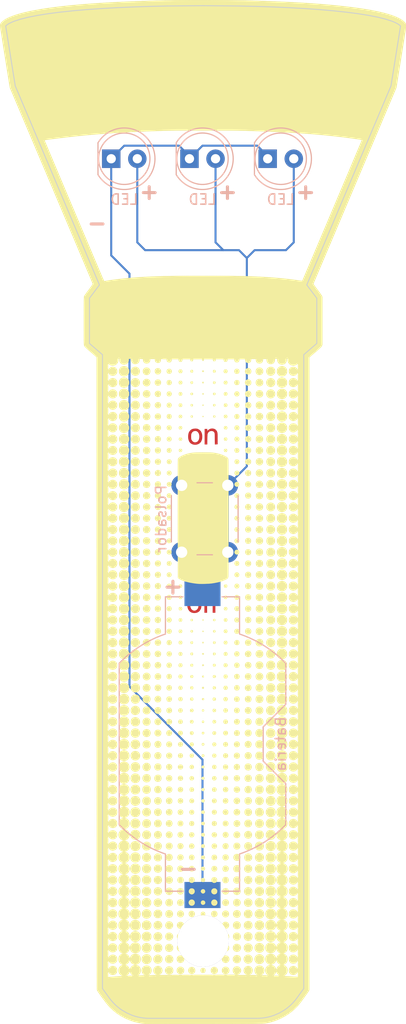
<source format=kicad_pcb>
(kicad_pcb (version 20221018) (generator pcbnew)
  (layers (0 "F.Cu" signal) (31 "B.Cu" signal) (34 "B.Paste" user) (35 "F.Paste" user) (36 "B.SilkS" user "B.Silkscreen") (37 "F.SilkS" user "F.Silkscreen") (38 "B.Mask" user) (39 "F.Mask" user) (44 "Edge.Cuts" user))
  (net 0 "")
  (footprint "Wire_Pads:SolderWirePad_single_0-8mmDrill" (layer "F.Cu") (at -4.257252 41.763008)
    (fp_text reference "" (at 0 0) (layer "F.SilkS") (effects (font (size 1.27 1.27))))
    (fp_text value "" (at 0 0) (layer "F.SilkS") (effects (font (size 1.27 1.27))))
    (pad "1" thru_hole circle (at 0 0) (size 5 5) (drill 5) (layers "*.Cu" "*.Mask"))
  )
  (footprint "LOGO" (layer "F.Cu") (at 0.000524 0)
    (fp_text reference "G***" hide)
    (fp_text value "LOGO" hide)
  )
  (footprint "LOGO" (layer "F.Cu") (at 0 0)
    (fp_text reference "G***" hide)
    (fp_text value "LOGO" hide)
    (fp_poly (pts (xy -3.284927 -8.056608) (xy -3.148445 -8.018986) (xy -3.033762 -7.947529) (xy -2.944406 -7.844232) (xy -2.897933 -7.75178) (xy -2.883589 -7.712327) (xy -2.872468 -7.673219) (xy -2.864134 -7.628506) (xy -2.858154 -7.572241) (xy -2.854094 -7.498476) (xy -2.851522 -7.401264) (xy -2.850003 -7.274656) (xy -2.849104 -7.112705) (xy -2.848978 -7.08025) (xy -2.846916 -6.529916) (xy -2.9779 -6.523649) (xy -3.108884 -6.517381) (xy -3.115483 -7.063399) (xy -3.117725 -7.231177) (xy -3.120198 -7.362126) (xy -3.123342 -7.461746) (xy -3.127599 -7.535541) (xy -3.133409 -7.589012) (xy -3.141213 -7.627662) (xy -3.15145 -7.656994) (xy -3.164563 -7.68251) (xy -3.165137 -7.6835) (xy -3.234001 -7.762532) (xy -3.326833 -7.812256) (xy -3.434967 -7.830331) (xy -3.549738 -7.814414) (xy -3.592947 -7.799109) (xy -3.679962 -7.753047) (xy -3.743918 -7.692059) (xy -3.79596 -7.609416) (xy -3.810317 -7.579623) (xy -3.82142 -7.547165) (xy -3.829801 -7.506118) (xy -3.835989 -7.450554) (xy -3.840515 -7.374546) (xy -3.843912 -7.272169) (xy -3.846708 -7.137494) (xy -3.848575 -7.022041) (xy -3.856236 -6.519333) (xy -4.106333 -6.519333) (xy -4.106333 -8.022166) (xy -3.852333 -8.022166) (xy -3.852333 -7.823075) (xy -3.772958 -7.899122) (xy -3.664924 -7.985237) (xy -3.552104 -8.036689) (xy -3.439679 -8.058397) (xy -3.284927 -8.056608)) (stroke (width 0.01)) (fill solid) (layer "F.Cu"))
    (fp_poly (pts (xy -3.407833 7.979834) (xy -3.561291 7.980123) (xy -3.644777 7.982028) (xy -3.717083 7.986751) (xy -3.762767 7.993276) (xy -3.763223 7.993396) (xy -3.816082 8.028454) (xy -3.85339 8.097138) (xy -3.871991 8.192596) (xy -3.8735 8.232782) (xy -3.8735 8.339667) (xy -3.323166 8.339667) (xy -3.323048 8.228542) (xy -3.310239 8.083378) (xy -3.270932 7.966714) (xy -3.217445 7.887945) (xy -3.163895 7.838803) (xy -3.097437 7.803029) (xy -3.010055 7.778045) (xy -2.89373 7.761277) (xy -2.799291 7.753595) (xy -2.6035 7.74078) (xy -2.6035 7.979834) (xy -2.761254 7.979834) (xy -2.846703 7.983091) (xy -2.921948 7.991652) (xy -2.971335 8.003702) (xy -2.972856 8.004368) (xy -3.020939 8.048492) (xy -3.053601 8.126457) (xy -3.068417 8.231816) (xy -3.069048 8.260292) (xy -3.069166 8.339667) (xy -2.667 8.339667) (xy -2.667 8.551334) (xy -3.069166 8.551334) (xy -3.069166 9.8425) (xy -3.323166 9.8425) (xy -3.323166 8.551334) (xy -3.8735 8.551334) (xy -3.8735 9.8425) (xy -4.1275 9.8425) (xy -4.1275 8.551334) (xy -4.360333 8.551334) (xy -4.360333 8.339667) (xy -4.1275 8.339667) (xy -4.127382 8.217959) (xy -4.119072 8.088158) (xy -4.092368 7.988393) (xy -4.044181 7.90923) (xy -4.016582 7.879651) (xy -3.961606 7.832871) (xy -3.903597 7.799928) (xy -3.832697 7.77772) (xy -3.739048 7.763143) (xy -3.615086 7.753232) (xy -3.407833 7.740605) (xy -3.407833 7.979834)) (stroke (width 0.01)) (fill solid) (layer "F.Cu"))
    (fp_poly (pts (xy -4.928 -8.052077) (xy -4.855996 -8.04494) (xy -4.795896 -8.029442) (xy -4.732524 -8.002696) (xy -4.71542 -7.994418) (xy -4.58076 -7.906149) (xy -4.476137 -7.788274) (xy -4.401465 -7.640643) (xy -4.356659 -7.463108) (xy -4.344745 -7.35314) (xy -4.347248 -7.155325) (xy -4.380361 -6.974369) (xy -4.442632 -6.816591) (xy -4.483702 -6.749147) (xy -4.583506 -6.641799) (xy -4.711062 -6.560573) (xy -4.858822 -6.508222) (xy -5.019237 -6.487502) (xy -5.17035 -6.498545) (xy -5.330011 -6.544812) (xy -5.462884 -6.623288) (xy -5.568222 -6.732807) (xy -5.645281 -6.872203) (xy -5.693317 -7.040313) (xy -5.711585 -7.235969) (xy -5.710875 -7.27075) (xy -5.42925 -7.27075) (xy -5.428103 -7.162296) (xy -5.423595 -7.085294) (xy -5.414119 -7.028901) (xy -5.398071 -6.982271) (xy -5.381607 -6.948766) (xy -5.301384 -6.833229) (xy -5.205898 -6.755338) (xy -5.098137 -6.716267) (xy -4.981089 -6.717189) (xy -4.876459 -6.750327) (xy -4.779098 -6.815242) (xy -4.704705 -6.912317) (xy -4.651354 -7.044212) (xy -4.644091 -7.070863) (xy -4.618603 -7.232064) (xy -4.623501 -7.38859) (xy -4.657066 -7.532597) (xy -4.717578 -7.656238) (xy -4.791108 -7.741402) (xy -4.865031 -7.79646) (xy -4.937916 -7.82458) (xy -5.026062 -7.830581) (xy -5.080255 -7.826859) (xy -5.196793 -7.795887) (xy -5.293731 -7.727558) (xy -5.370358 -7.6224) (xy -5.379458 -7.6047) (xy -5.402246 -7.552903) (xy -5.416911 -7.501256) (xy -5.425155 -7.438349) (xy -5.42868 -7.35277) (xy -5.42925 -7.27075) (xy -5.710875 -7.27075) (xy -5.709418 -7.342037) (xy -5.693719 -7.501412) (xy -5.663456 -7.630145) (xy -5.61504 -7.738477) (xy -5.544886 -7.836651) (xy -5.530414 -7.853207) (xy -5.431464 -7.945197) (xy -5.322724 -8.006857) (xy -5.195099 -8.04181) (xy -5.03949 -8.053682) (xy -5.027083 -8.053742) (xy -4.928 -8.052077)) (stroke (width 0.01)) (fill solid) (layer "F.Cu"))
    (fp_poly (pts (xy -4.955726 8.317003) (xy -4.839443 8.34269) (xy -4.741195 8.390557) (xy -4.649859 8.465184) (xy -4.603387 8.513874) (xy -4.523409 8.621386) (xy -4.468575 8.741442) (xy -4.436832 8.881416) (xy -4.426128 9.048685) (xy -4.427994 9.144124) (xy -4.433647 9.251866) (xy -4.442021 9.330463) (xy -4.455901 9.393106) (xy -4.478071 9.452985) (xy -4.505606 9.511747) (xy -4.561315 9.607054) (xy -4.625729 9.690167) (xy -4.660534 9.724483) (xy -4.781895 9.802049) (xy -4.927703 9.851701) (xy -5.088834 9.871312) (xy -5.244741 9.860677) (xy -5.399292 9.816085) (xy -5.53121 9.737543) (xy -5.638677 9.627963) (xy -5.719875 9.490258) (xy -5.772985 9.32734) (xy -5.795187 9.150114) (xy -5.518717 9.150114) (xy -5.494742 9.29097) (xy -5.444849 9.429183) (xy -5.374249 9.532114) (xy -5.281015 9.602424) (xy -5.262374 9.611506) (xy -5.165708 9.644684) (xy -5.075442 9.64798) (xy -4.996787 9.63125) (xy -4.90529 9.585109) (xy -4.819988 9.504547) (xy -4.75527 9.408584) (xy -4.734304 9.363593) (xy -4.720795 9.314945) (xy -4.713212 9.252) (xy -4.710024 9.164116) (xy -4.709583 9.091084) (xy -4.710764 8.982127) (xy -4.715439 8.904055) (xy -4.725312 8.845455) (xy -4.742083 8.794917) (xy -4.759375 8.757133) (xy -4.83309 8.646842) (xy -4.927217 8.573305) (xy -5.041043 8.537051) (xy -5.058578 8.534975) (xy -5.160282 8.531823) (xy -5.238671 8.548411) (xy -5.310044 8.589556) (xy -5.347725 8.620431) (xy -5.43036 8.719874) (xy -5.48755 8.846532) (xy -5.517576 8.992561) (xy -5.518717 9.150114) (xy -5.795187 9.150114) (xy -5.796189 9.142122) (xy -5.79232 8.983601) (xy -5.759952 8.793112) (xy -5.697598 8.632398) (xy -5.605302 8.501537) (xy -5.48311 8.400605) (xy -5.423413 8.367415) (xy -5.359947 8.338619) (xy -5.303629 8.320984) (xy -5.24035 8.311948) (xy -5.155999 8.30895) (xy -5.101166 8.308916) (xy -4.955726 8.317003)) (stroke (width 0.01)) (fill solid) (layer "F.Cu"))
  )
  (footprint "LOGO" (layer "F.Cu") (at 0 0)
    (fp_text reference "G***" hide)
    (fp_text value "LOGO" hide)
  )
  (footprint "Battery:BatteryHolder_Keystone_1058_1x2032" (layer "B.Cu") (at -4.318 22.606 -90)
    (fp_text reference "Bateria" (at 0 -7.62 -270) (layer "B.SilkS") (effects (justify mirror)))
    (fp_text value "BatteryHolder_Keystone_1058_1x2032")
    (pad "1" smd rect (at -14.68 0 270) (size 2.54 3.51) (layers "B.Cu" "B.Paste" "B.Mask"))
    (pad "2" smd rect (at 14.68 0 270) (size 2.54 3.51) (layers "B.Cu" "B.Paste" "B.Mask"))
  )
  (footprint "Button_Switch_THT:SW_PUSH_6mm" (layer "B.Cu") (at -6.35 -2.54 -90)
    (fp_text reference "Polsador" (at 3.25 2 270) (layer "B.SilkS") (effects (justify mirror)))
    (fp_text value "SW_PUSH_6mm")
    (pad "1" thru_hole circle (at 0 0 180) (size 2 2) (drill 1.1) (layers "*.Cu" "*.Mask"))
    (pad "1" thru_hole circle (at 6.5 0 180) (size 2 2) (drill 1.1) (layers "*.Cu" "*.Mask"))
    (pad "2" thru_hole circle (at 0 -4.5 180) (size 2 2) (drill 1.1) (layers "*.Cu" "*.Mask"))
    (pad "2" thru_hole circle (at 6.5 -4.5 180) (size 2 2) (drill 1.1) (layers "*.Cu" "*.Mask"))
  )
  (footprint "LED_THT:LED_D5.0mm" (layer "B.Cu") (at -5.588 -34.29)
    (fp_text reference "LED" (at 1.27 3.96) (layer "B.SilkS") (effects (justify mirror)))
    (fp_text value "LED_D5.0mm")
    (pad "1" thru_hole rect (at 0 0) (size 1.8 1.8) (drill 0.9) (layers "*.Cu" "*.Mask"))
    (pad "2" thru_hole circle (at 2.54 0) (size 1.8 1.8) (drill 0.9) (layers "*.Cu" "*.Mask"))
  )
  (footprint "LED_THT:LED_D5.0mm" (layer "B.Cu") (at 2.032 -34.29)
    (fp_text reference "LED" (at 1.27 3.96) (layer "B.SilkS") (effects (justify mirror)))
    (fp_text value "LED_D5.0mm")
    (pad "1" thru_hole rect (at 0 0) (size 1.8 1.8) (drill 0.9) (layers "*.Cu" "*.Mask"))
    (pad "2" thru_hole circle (at 2.54 0) (size 1.8 1.8) (drill 0.9) (layers "*.Cu" "*.Mask"))
  )
  (footprint "LED_THT:LED_D5.0mm" (layer "B.Cu") (at -13.208 -34.29)
    (fp_text reference "LED" (at 1.27 3.96) (layer "B.SilkS") (effects (justify mirror)))
    (fp_text value "LED_D5.0mm")
    (pad "1" thru_hole rect (at 0 0) (size 1.8 1.8) (drill 0.9) (layers "*.Cu" "*.Mask"))
    (pad "2" thru_hole circle (at 2.54 0) (size 1.8 1.8) (drill 0.9) (layers "*.Cu" "*.Mask"))
  )
  (gr_line (start 10.822 -48.39086) (end 9.685 -48.53775) (stroke (width 0.1)) (layer "Edge.Cuts"))
  (gr_line (start -19.3365 -48.39086) (end -20.3604 -48.22894) (stroke (width 0.1)) (layer "Edge.Cuts"))
  (gr_line (start 2.4025 49.0628) (end 2.6689 48.9727) (stroke (width 0.1)) (layer "Edge.Cuts"))
  (gr_line (start -22.9316 -47.54499) (end -23.1564 -47.43253) (stroke (width 0.1)) (layer "Edge.Cuts"))
  (gr_line (start 3.6664 48.4631) (end 3.8955 48.3) (stroke (width 0.1)) (layer "Edge.Cuts"))
  (gr_line (start -10.917 49.0628) (end -10.6452 49.1373) (stroke (width 0.1)) (layer "Edge.Cuts"))
  (gr_line (start -15.6193 -48.78611) (end -16.9576 -48.66954) (stroke (width 0.1)) (layer "Edge.Cuts"))
  (gr_line (start -20.3604 -48.22894) (end -21.2628 -48.05206) (stroke (width 0.1)) (layer "Edge.Cuts"))
  (gr_line (start -18.1995 -48.53775) (end -19.3365 -48.39086) (stroke (width 0.1)) (layer "Edge.Cuts"))
  (gr_line (start 7.1047 -48.78611) (end 5.6785 -48.88741) (stroke (width 0.1)) (layer "Edge.Cuts"))
  (gr_line (start -22.6691 -47.65377) (end -22.9316 -47.54499) (stroke (width 0.1)) (layer "Edge.Cuts"))
  (gr_line (start 5.8405 -22.0226) (end 14.0416 -41.36829) (stroke (width 0.1)) (layer "Edge.Cuts"))
  (gr_line (start 14.6419 -47.43253) (end 14.4171 -47.54499) (stroke (width 0.1)) (layer "Edge.Cuts"))
  (gr_line (start 8.443 -48.66954) (end 7.1047 -48.78611) (stroke (width 0.1)) (layer "Edge.Cuts"))
  (gr_line (start 14.974 -47.19667) (end 14.8279 -47.31642) (stroke (width 0.1)) (layer "Edge.Cuts"))
  (gr_line (start -14.0593 46.3758) (end -13.4004 47.2872) (stroke (width 0.1)) (layer "Edge.Cuts"))
  (gr_line (start -22.556 -41.36829) (end -14.3551 -22.0226) (stroke (width 0.1)) (layer "Edge.Cuts"))
  (gr_line (start 4.5233 47.7304) (end 4.7106 47.5149) (stroke (width 0.1)) (layer "Edge.Cuts"))
  (gr_line (start -12.687 -48.97335) (end -14.193 -48.88741) (stroke (width 0.1)) (layer "Edge.Cuts"))
  (gr_line (start 2.6689 48.9727) (end 3.1826 48.7471) (stroke (width 0.1)) (layer "Edge.Cuts"))
  (gr_line (start -13.0378 47.7304) (end -12.8391 47.9333) (stroke (width 0.1)) (layer "Edge.Cuts"))
  (gr_line (start 9.685 -48.53775) (end 8.443 -48.66954) (stroke (width 0.1)) (layer "Edge.Cuts"))
  (gr_line (start -4.2572 -49.169789) (end -7.7756 -49.138189) (stroke (width 0.1)) (layer "Edge.Cuts"))
  (gr_line (start 2.5954 -49.043851) (end 0.9554 -49.098829) (stroke (width 0.1)) (layer "Edge.Cuts"))
  (gr_line (start -16.9576 -48.66954) (end -18.1995 -48.53775) (stroke (width 0.1)) (layer "Edge.Cuts"))
  (gr_line (start 4.1151 48.1232) (end 4.3246 47.9333) (stroke (width 0.1)) (layer "Edge.Cuts"))
  (gr_line (start -12.41 48.3) (end -12.1809 48.4631) (stroke (width 0.1)) (layer "Edge.Cuts"))
  (gr_line (start 6.814 -16.335) (end 6.814 -20.7337) (stroke (width 0.1)) (layer "Edge.Cuts"))
  (gr_line (start 5.5447 -15.239) (end 6.814 -16.335) (stroke (width 0.1)) (layer "Edge.Cuts"))
  (gr_line (start 5.6785 -48.88741) (end 4.1726 -48.97335) (stroke (width 0.1)) (layer "Edge.Cuts"))
  (gr_line (start -11.1099 -49.043851) (end -12.687 -48.97335) (stroke (width 0.1)) (layer "Edge.Cuts"))
  (gr_line (start -10.3685 49.1958) (end -10.0876 49.238) (stroke (width 0.1)) (layer "Edge.Cuts"))
  (gr_line (start -14.193 -48.88741) (end -15.6193 -48.78611) (stroke (width 0.1)) (layer "Edge.Cuts"))
  (gr_line (start 1.0015 49.2721) (end 1.0015 49.2721) (stroke (width 0.1)) (layer "Edge.Cuts"))
  (gr_line (start 5.5447 46.3757) (end 5.5447 -15.239) (stroke (width 0.1)) (layer "Edge.Cuts"))
  (gr_line (start 14.4171 -47.54499) (end 14.1547 -47.65377) (stroke (width 0.1)) (layer "Edge.Cuts"))
  (gr_line (start -13.2252 47.5149) (end -13.0378 47.7304) (stroke (width 0.1)) (layer "Edge.Cuts"))
  (gr_line (start 14.8279 -47.31642) (end 14.6419 -47.43253) (stroke (width 0.1)) (layer "Edge.Cuts"))
  (gr_line (start -13.4004 47.2872) (end -13.2252 47.5149) (stroke (width 0.1)) (layer "Edge.Cuts"))
  (gr_line (start -15.3286 -20.7337) (end -15.3286 -16.335) (stroke (width 0.1)) (layer "Edge.Cuts"))
  (gr_line (start 4.3246 47.9333) (end 4.5233 47.7304) (stroke (width 0.1)) (layer "Edge.Cuts"))
  (gr_line (start -11.1835 48.9728) (end -10.917 49.0628) (stroke (width 0.1)) (layer "Edge.Cuts"))
  (gr_line (start 6.814 -20.7337) (end 5.8405 -22.0226) (stroke (width 0.1)) (layer "Edge.Cuts"))
  (gr_line (start 4.8859 47.2871) (end 5.5447 46.3757) (stroke (width 0.1)) (layer "Edge.Cuts"))
  (gr_line (start -23.1564 -47.43253) (end -23.3424 -47.31642) (stroke (width 0.1)) (layer "Edge.Cuts"))
  (gr_line (start -0.7388 -49.138189) (end -4.2572 -49.169789) (stroke (width 0.1)) (layer "Edge.Cuts"))
  (gr_line (start 11.846 -48.22894) (end 10.822 -48.39086) (stroke (width 0.1)) (layer "Edge.Cuts"))
  (gr_line (start -15.3286 -16.335) (end -14.0593 -15.239) (stroke (width 0.1)) (layer "Edge.Cuts"))
  (gr_line (start -23.4884 -47.19667) (end -22.556 -41.36829) (stroke (width 0.1)) (layer "Edge.Cuts"))
  (gr_line (start -23.3424 -47.31642) (end -23.4884 -47.19667) (stroke (width 0.1)) (layer "Edge.Cuts"))
  (gr_line (start -9.47 -49.098829) (end -11.1099 -49.043851) (stroke (width 0.1)) (layer "Edge.Cuts"))
  (gr_line (start 1.573 49.238) (end 1.854 49.1958) (stroke (width 0.1)) (layer "Edge.Cuts"))
  (gr_line (start 0.9554 -49.098829) (end -0.7388 -49.138189) (stroke (width 0.1)) (layer "Edge.Cuts"))
  (gr_line (start -10.6452 49.1373) (end -10.3685 49.1958) (stroke (width 0.1)) (layer "Edge.Cuts"))
  (gr_line (start -10.0876 49.238) (end -9.8032 49.2635) (stroke (width 0.1)) (layer "Edge.Cuts"))
  (gr_line (start -22.0352 -47.86031) (end -22.6691 -47.65377) (stroke (width 0.1)) (layer "Edge.Cuts"))
  (gr_line (start -12.6296 48.1233) (end -12.41 48.3) (stroke (width 0.1)) (layer "Edge.Cuts"))
  (gr_line (start -9.8032 49.2635) (end -9.516 49.2721) (stroke (width 0.1)) (layer "Edge.Cuts"))
  (gr_line (start -4.2572 49.2721) (end 1.0015 49.2721) (stroke (width 0.1)) (layer "Edge.Cuts"))
  (gr_line (start 12.7483 -48.05206) (end 11.846 -48.22894) (stroke (width 0.1)) (layer "Edge.Cuts"))
  (gr_line (start -14.3551 -22.0226) (end -15.3286 -20.7337) (stroke (width 0.1)) (layer "Edge.Cuts"))
  (gr_line (start 13.5207 -47.86031) (end 12.7483 -48.05206) (stroke (width 0.1)) (layer "Edge.Cuts"))
  (gr_line (start 3.1826 48.7471) (end 3.6664 48.4631) (stroke (width 0.1)) (layer "Edge.Cuts"))
  (gr_line (start -21.2628 -48.05206) (end -22.0352 -47.86031) (stroke (width 0.1)) (layer "Edge.Cuts"))
  (gr_line (start 1.0015 49.2721) (end 1.2887 49.2635) (stroke (width 0.1)) (layer "Edge.Cuts"))
  (gr_line (start 14.1547 -47.65377) (end 13.5207 -47.86031) (stroke (width 0.1)) (layer "Edge.Cuts"))
  (gr_line (start -9.516 49.2721) (end -4.2572 49.2721) (stroke (width 0.1)) (layer "Edge.Cuts"))
  (gr_line (start 1.2887 49.2635) (end 1.573 49.238) (stroke (width 0.1)) (layer "Edge.Cuts"))
  (gr_line (start -12.8391 47.9333) (end -12.6296 48.1233) (stroke (width 0.1)) (layer "Edge.Cuts"))
  (gr_line (start -12.1809 48.4631) (end -11.6971 48.7471) (stroke (width 0.1)) (layer "Edge.Cuts"))
  (gr_line (start 4.7106 47.5149) (end 4.8859 47.2871) (stroke (width 0.1)) (layer "Edge.Cuts"))
  (gr_line (start -11.6971 48.7471) (end -11.1835 48.9728) (stroke (width 0.1)) (layer "Edge.Cuts"))
  (gr_line (start 14.0416 -41.36829) (end 14.974 -47.19667) (stroke (width 0.1)) (layer "Edge.Cuts"))
  (gr_line (start 2.1306 49.1373) (end 2.4025 49.0628) (stroke (width 0.1)) (layer "Edge.Cuts"))
  (gr_line (start 4.1726 -48.97335) (end 2.5954 -49.043851) (stroke (width 0.1)) (layer "Edge.Cuts"))
  (gr_line (start 3.8955 48.3) (end 4.1151 48.1232) (stroke (width 0.1)) (layer "Edge.Cuts"))
  (gr_line (start -14.0593 -15.239) (end -14.0593 46.3758) (stroke (width 0.1)) (layer "Edge.Cuts"))
  (gr_line (start 1.854 49.1958) (end 2.1306 49.1373) (stroke (width 0.1)) (layer "Edge.Cuts"))
  (gr_line (start -7.7756 -49.138189) (end -9.47 -49.098829) (stroke (width 0.1)) (layer "Edge.Cuts"))
  (gr_text "+" (at -6.073 8.128) (layer "B.SilkS") (effects (font (size 1.5 1.5) (thickness 0.3) bold) (justify left bottom mirror)))
  (gr_text "+" (at -0.762 -30.226) (layer "B.SilkS") (effects (font (size 1.5 1.5) (thickness 0.3) bold) (justify left bottom mirror)))
  (gr_text "+" (at 6.858 -30.226) (layer "B.SilkS") (effects (font (size 1.5 1.5) (thickness 0.3) bold) (justify left bottom mirror)))
  (gr_text "-" (at -4.572 35.56) (layer "B.SilkS") (effects (font (size 1.5 1.5) (thickness 0.3) bold) (justify left bottom mirror)))
  (gr_text "+" (at -8.382 -30.226) (layer "B.SilkS") (effects (font (size 1.5 1.5) (thickness 0.3) bold) (justify left bottom mirror)))
  (gr_text "-" (at -13.462 -27.178) (layer "B.SilkS") (effects (font (size 1.5 1.5) (thickness 0.3) bold) (justify left bottom mirror)))
  (segment (start -4.318 -35.56) (end 1.016 -35.56) (width 0.2) (layer "B.Cu") (net 0))
  (segment (start -11.43 -23.114) (end -11.43 17.018) (width 0.2) (layer "B.Cu") (net 0))
  (segment (start -3.048 -26.162) (end -2.286 -25.4) (width 0.2) (layer "B.Cu") (net 0))
  (segment (start 4.572 -26.162) (end 4.572 -34.29) (width 0.2) (layer "B.Cu") (net 0))
  (segment (start -5.588 -34.544) (end -5.588 -34.29) (width 0.2) (layer "B.Cu") (net 0))
  (segment (start -6.604 -35.56) (end -5.588 -34.544) (width 0.2) (layer "B.Cu") (net 0))
  (segment (start 0 -24.638) (end 0.762 -25.4) (width 0.2) (layer "B.Cu") (net 0))
  (segment (start -0.762 -25.4) (end -2.286 -25.4) (width 0.2) (layer "B.Cu") (net 0))
  (segment (start -13.208 -24.892) (end -11.43 -23.114) (width 0.2) (layer "B.Cu") (net 0))
  (segment (start 2.032 -34.544) (end 2.032 -34.29) (width 0.2) (layer "B.Cu") (net 0))
  (segment (start -13.208 -34.29) (end -11.938 -35.56) (width 0.2) (layer "B.Cu") (net 0))
  (segment (start -4.318 7.926) (end -4.318 5.992) (width 0.2) (layer "B.Cu") (net 0))
  (segment (start -1.85 -2.54) (end 0 -4.39) (width 0.2) (layer "B.Cu") (net 0))
  (segment (start 1.016 -35.56) (end 2.032 -34.544) (width 0.2) (layer "B.Cu") (net 0))
  (segment (start -10.668 -26.162) (end -9.906 -25.4) (width 0.2) (layer "B.Cu") (net 0))
  (segment (start 0 -24.638) (end -0.762 -25.4) (width 0.2) (layer "B.Cu") (net 0))
  (segment (start -2.286 -25.4) (end -9.906 -25.4) (width 0.2) (layer "B.Cu") (net 0))
  (segment (start -1.85 -2.54) (end -1.85 3.96) (width 0.2) (layer "B.Cu") (net 0))
  (segment (start -3.048 -34.29) (end -3.048 -26.162) (width 0.2) (layer "B.Cu") (net 0))
  (segment (start -11.938 -35.56) (end -6.604 -35.56) (width 0.2) (layer "B.Cu") (net 0))
  (segment (start 0.762 -25.4) (end 3.81 -25.4) (width 0.2) (layer "B.Cu") (net 0))
  (segment (start -5.588 -34.29) (end -4.318 -35.56) (width 0.2) (layer "B.Cu") (net 0))
  (segment (start -13.208 -34.29) (end -13.208 -24.892) (width 0.2) (layer "B.Cu") (net 0))
  (segment (start -4.318 5.992) (end -6.35 3.96) (width 0.2) (layer "B.Cu") (net 0))
  (segment (start -6.35 3.96) (end -6.35 -2.54) (width 0.2) (layer "B.Cu") (net 0))
  (segment (start -11.43 17.018) (end -4.318 24.13) (width 0.2) (layer "B.Cu") (net 0))
  (segment (start -4.318 24.13) (end -4.318 37.286) (width 0.2) (layer "B.Cu") (net 0))
  (segment (start 3.81 -25.4) (end 4.572 -26.162) (width 0.2) (layer "B.Cu") (net 0))
  (segment (start 0 -4.39) (end 0 -24.638) (width 0.2) (layer "B.Cu") (net 0))
  (segment (start -10.668 -34.29) (end -10.668 -26.162) (width 0.2) (layer "B.Cu") (net 0))
)
</source>
